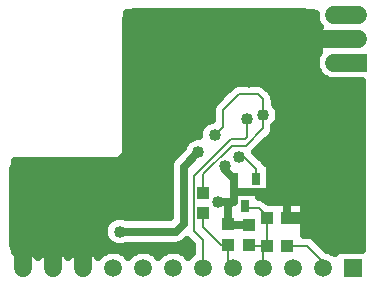
<source format=gbr>
G04 DipTrace 3.3.1.3*
G04 Bottom.gbr*
%MOMM*%
G04 #@! TF.FileFunction,Copper,L2,Bot*
G04 #@! TF.Part,Single*
G04 #@! TA.AperFunction,Conductor*
%ADD14C,0.7*%
G04 #@! TA.AperFunction,CopperBalancing*
%ADD15C,0.2*%
G04 #@! TA.AperFunction,Conductor*
%ADD16C,1.0*%
%ADD17C,1.5*%
%ADD18C,2.0*%
%ADD20C,0.65*%
G04 #@! TA.AperFunction,ViaPad*
%ADD21C,1.016*%
G04 #@! TA.AperFunction,CopperBalancing*
%ADD24C,0.635*%
%ADD25R,1.1X1.0*%
%ADD27R,1.0X1.1*%
%ADD29R,0.65X1.05*%
G04 #@! TA.AperFunction,ComponentPad*
%ADD30R,1.5X1.5*%
%ADD31C,1.5*%
%FSLAX35Y35*%
G04*
G71*
G90*
G75*
G01*
G04 Bottom*
%LPD*%
X3437000Y1366000D2*
D15*
X3605000D1*
X3745000Y1226000D1*
Y1174000D1*
X3095000Y2438000D2*
Y2288000D1*
X3078000Y2271000D1*
X2959000D1*
X2646000Y1958000D1*
Y1494000D1*
X2729000Y1411000D1*
Y1174000D1*
X4037000Y3116000D2*
D17*
X3837000D1*
X3578970D1*
D18*
Y3275000D1*
X3031000D1*
X2140000D1*
Y2800440D1*
Y2117000D1*
X2034000Y2011000D1*
X1743347D1*
X1486753D1*
X1182000D1*
Y1377000D1*
X1205000Y1354000D1*
D17*
Y1174000D1*
X1459000D2*
Y1354000D1*
D18*
Y1983247D1*
X1486753Y2011000D1*
X1713000Y1174000D2*
D17*
Y1354000D1*
D18*
Y1980653D1*
X1743347Y2011000D1*
X3016000Y3069000D2*
D14*
X3031000D1*
Y3275000D1*
X3684000Y2748000D2*
D16*
X3578970Y2853030D1*
Y3116000D1*
X4036000Y1465000D2*
Y1581000D1*
X3984000Y1633000D1*
X3844047D1*
X3749627D1*
Y1602000D1*
X3438000D1*
X4036000Y1581000D2*
Y2396000D1*
X3684000Y2748000D1*
X2985000Y1931000D2*
D14*
Y1818000D1*
X3373000D1*
X3438000Y1753000D1*
Y1602000D1*
X2985000Y1931000D2*
Y1751000D1*
X2937000Y1703000D1*
Y1546000D1*
X2856000Y1733000D2*
X2985000D1*
Y1751000D1*
X2913000Y2042000D2*
Y2003000D1*
D20*
X2985000Y1931000D1*
X3111000Y1538000D2*
D14*
X2937000D1*
Y1546000D1*
X2766000Y2872000D2*
X2694440Y2800440D1*
X2140000D1*
X3117000Y2754000D2*
X2884000D1*
X2766000Y2872000D1*
X4024000Y1802000D2*
D17*
X3844047Y1633000D1*
X4030000Y1682000D2*
D16*
Y1633000D1*
X3984000D1*
X3786000Y1800000D2*
X3749627Y1763627D1*
Y1633000D1*
X2726000Y1811000D2*
D15*
Y1969000D1*
X2968000Y2211000D1*
X3087000D1*
X3236000Y2360000D1*
Y2472000D1*
X2825000Y2300000D2*
X2894000Y2369000D1*
Y2514000D1*
X3030000Y2650000D1*
X3191000D1*
X3236000Y2605000D1*
Y2472000D1*
X4037000Y3316000D2*
D17*
X3837000D1*
X4037000Y2916000D2*
X3837000D1*
X2937000Y1376000D2*
D15*
Y1220000D1*
X2983000Y1174000D1*
X2726000Y1641000D2*
Y1526000D1*
X2876000Y1376000D1*
X2937000D1*
X3237000Y1174000D2*
Y1336000D1*
X3267000Y1366000D1*
Y1601000D1*
X3268000Y1602000D1*
X3080000Y1701000D2*
Y1681000D1*
X3202000D1*
X3268000Y1615000D1*
Y1602000D1*
X3111000Y1368000D2*
X3157000D1*
X3159000Y1366000D1*
X3267000D1*
X3175000Y1931000D2*
Y2018000D1*
X3074000Y2119000D1*
X3029000D1*
X2022000Y1486000D2*
D14*
X2496000D1*
X2563000Y1553000D1*
Y2034570D1*
X2684430Y2156000D1*
D21*
X3095000Y2438000D3*
X3016000Y3069000D3*
X3684000Y2748000D3*
X4036000Y1465000D3*
X3684000Y2748000D3*
X2856000Y1733000D3*
X2913000Y2042000D3*
X2766000Y2872000D3*
X3117000Y2754000D3*
X2766000Y2872000D3*
X4024000Y1802000D3*
X3786000Y1800000D3*
X3236000Y2472000D3*
X2825000Y2300000D3*
X3029000Y2119000D3*
X2022000Y1486000D3*
X2684430Y2156000D3*
X3903000Y1800000D3*
X4030000Y1682000D3*
X3907000Y1687000D3*
X2088067Y3271083D2*
D24*
X3677802D1*
X2088067Y3207917D2*
X3700589D1*
X2088067Y3144750D2*
X3673974D1*
X2088067Y3081583D2*
X3675159D1*
X2088067Y3018417D2*
X3704782D1*
X2088067Y2955250D2*
X3676253D1*
X2088067Y2892083D2*
X3673154D1*
X2088067Y2828917D2*
X3697308D1*
X2088067Y2765750D2*
X3777789D1*
X2088067Y2702583D2*
X2942893D1*
X3278159D2*
X4061891D1*
X2088067Y2639417D2*
X2879729D1*
X3330112D2*
X4061891D1*
X2088067Y2576250D2*
X2816839D1*
X3336674D2*
X4061891D1*
X2088067Y2513083D2*
X2793323D1*
X3371036D2*
X4061891D1*
X2088067Y2449917D2*
X2793323D1*
X3375593D2*
X4061891D1*
X2088067Y2386750D2*
X2715120D1*
X3347156D2*
X4061891D1*
X2088067Y2323583D2*
X2685680D1*
X3329291D2*
X4061891D1*
X2088067Y2260417D2*
X2592347D1*
X3276153D2*
X4061891D1*
X2088067Y2197250D2*
X2549417D1*
X3212989D2*
X4061891D1*
X2088067Y2134083D2*
X2487438D1*
X3198588D2*
X4061891D1*
X1138146Y2070917D2*
X2443050D1*
X3259383D2*
X4061891D1*
X1138146Y2007750D2*
X2437399D1*
X3298120D2*
X4061891D1*
X1138146Y1944583D2*
X2437399D1*
X3298120D2*
X4061891D1*
X1138146Y1881417D2*
X2437399D1*
X3298120D2*
X4061891D1*
X1138146Y1818250D2*
X2437399D1*
X3298120D2*
X4061891D1*
X1138146Y1755083D2*
X2437399D1*
X3266674D2*
X4061891D1*
X1138146Y1691917D2*
X2437399D1*
X3583679D2*
X4061891D1*
X1138146Y1628750D2*
X2437399D1*
X3583679D2*
X4061891D1*
X1138146Y1565583D2*
X1906474D1*
X3583679D2*
X4061891D1*
X1138146Y1502417D2*
X1881591D1*
X3583679D2*
X4061891D1*
X1138146Y1439250D2*
X1888883D1*
X3670724D2*
X4061891D1*
X1138146Y1376083D2*
X1937099D1*
X2548718D2*
X2624248D1*
X3734617D2*
X4061891D1*
X1289265Y1312917D2*
X1374729D1*
X1543289D2*
X1628662D1*
X1797312D2*
X1882685D1*
X2051336D2*
X2136709D1*
X2305268D2*
X2390732D1*
X2559291D2*
X2628349D1*
X3254994Y2067790D2*
X3291790D1*
Y1794210D1*
X3196725D1*
X3196790Y1775355D1*
X3216750Y1774129D1*
X3231137Y1770675D1*
X3244807Y1765013D1*
X3257422Y1757282D1*
X3268673Y1747673D1*
X3280081Y1736266D1*
X3577290Y1736290D1*
Y1467710D1*
X3576288D1*
X3577000Y1460290D1*
X3612398Y1460000D1*
X3627012Y1457685D1*
X3641083Y1453113D1*
X3654267Y1446396D1*
X3666237Y1437699D1*
X3754169Y1350178D1*
X3773697Y1330649D1*
X3794223Y1325494D1*
X3817316Y1315928D1*
X3838628Y1302868D1*
X3839741Y1301991D1*
X3839710Y1333290D1*
X4068213D1*
X4068250Y2756716D1*
X3837000Y2756710D1*
X3812082Y2758671D1*
X3787777Y2764506D1*
X3764684Y2774071D1*
X3743371Y2787131D1*
X3724365Y2803365D1*
X3708131Y2822371D1*
X3695071Y2843684D1*
X3685506Y2866777D1*
X3679671Y2891082D1*
X3677710Y2916000D1*
X3679671Y2940918D1*
X3685506Y2965223D1*
X3695071Y2988316D1*
X3708162Y3009667D1*
X3710325Y3019426D1*
X3699902Y3034899D1*
X3691360Y3051484D1*
X3684816Y3068955D1*
X3680359Y3087070D1*
X3678051Y3105583D1*
X3677923Y3124239D1*
X3679977Y3142781D1*
X3684186Y3160956D1*
X3690490Y3178515D1*
X3698804Y3195216D1*
X3709014Y3210830D1*
X3713029Y3215997D1*
X3701183Y3232771D1*
X3689835Y3255042D1*
X3682111Y3278814D1*
X3678201Y3303502D1*
X3678206Y3328546D1*
X3656667Y3334250D1*
X2081758D1*
X2081359Y2111033D1*
X2079333Y2103850D1*
X2075686Y2097338D1*
X2070620Y2091857D1*
X2064414Y2087711D1*
X2057412Y2085127D1*
X2050000Y2084250D1*
X1131706D1*
X1131750Y1315466D1*
X1150801Y1323786D1*
X1168686Y1329095D1*
X1187068Y1332277D1*
X1205697Y1333288D1*
X1224316Y1332115D1*
X1242670Y1328772D1*
X1260507Y1323306D1*
X1277583Y1315792D1*
X1293664Y1306333D1*
X1308528Y1295059D1*
X1321972Y1282125D1*
X1331985Y1270142D1*
X1346226Y1286496D1*
X1360152Y1298909D1*
X1375434Y1309610D1*
X1391863Y1318450D1*
X1409212Y1325309D1*
X1427244Y1330093D1*
X1445712Y1332735D1*
X1464363Y1333200D1*
X1482939Y1331481D1*
X1501187Y1327602D1*
X1518857Y1321616D1*
X1535706Y1313605D1*
X1551502Y1303679D1*
X1566029Y1291975D1*
X1579089Y1278652D1*
X1585985Y1270142D1*
X1600226Y1286496D1*
X1614152Y1298909D1*
X1629434Y1309610D1*
X1645863Y1318450D1*
X1663212Y1325309D1*
X1681244Y1330093D1*
X1699712Y1332735D1*
X1718363Y1333200D1*
X1736939Y1331481D1*
X1755187Y1327602D1*
X1772857Y1321616D1*
X1789706Y1313605D1*
X1805502Y1303679D1*
X1820029Y1291975D1*
X1833089Y1278652D1*
X1839985Y1270142D1*
X1854365Y1286635D1*
X1873372Y1302868D1*
X1894684Y1315928D1*
X1917777Y1325494D1*
X1942082Y1331329D1*
X1967000Y1333290D1*
X1991918Y1331329D1*
X2016223Y1325494D1*
X2039316Y1315928D1*
X2060628Y1302868D1*
X2079635Y1286635D1*
X2093963Y1270046D1*
X2108365Y1286635D1*
X2127372Y1302868D1*
X2148684Y1315928D1*
X2171777Y1325494D1*
X2196082Y1331329D1*
X2221000Y1333290D1*
X2245918Y1331329D1*
X2270223Y1325494D1*
X2293316Y1315928D1*
X2314628Y1302868D1*
X2333635Y1286635D1*
X2347963Y1270046D1*
X2362365Y1286635D1*
X2381372Y1302868D1*
X2402684Y1315928D1*
X2425777Y1325494D1*
X2450082Y1331329D1*
X2475000Y1333290D1*
X2499918Y1331329D1*
X2524223Y1325494D1*
X2547316Y1315928D1*
X2568628Y1302868D1*
X2587635Y1286635D1*
X2601963Y1270046D1*
X2616365Y1286635D1*
X2634719Y1302354D1*
X2634710Y1371878D1*
X2592657Y1413997D1*
X2573473Y1395291D1*
X2558329Y1384288D1*
X2541650Y1375790D1*
X2523848Y1370006D1*
X2505359Y1367077D1*
X2426000Y1366710D1*
X2085388D1*
X2073697Y1361193D1*
X2053536Y1354643D1*
X2032599Y1351326D1*
X2011401D1*
X1990464Y1354643D1*
X1970303Y1361193D1*
X1951416Y1370817D1*
X1934266Y1383277D1*
X1919277Y1398266D1*
X1906817Y1415416D1*
X1897193Y1434303D1*
X1890643Y1454464D1*
X1887326Y1475401D1*
Y1496599D1*
X1890643Y1517536D1*
X1897193Y1537697D1*
X1906817Y1556584D1*
X1919277Y1573734D1*
X1934266Y1588723D1*
X1951416Y1601183D1*
X1970303Y1610807D1*
X1990464Y1617357D1*
X2011401Y1620674D1*
X2032599D1*
X2053536Y1617357D1*
X2073697Y1610807D1*
X2085246Y1605293D1*
X2443732Y1605290D1*
X2444077Y2043929D1*
X2447006Y2062418D1*
X2452790Y2080220D1*
X2461288Y2096899D1*
X2472291Y2112043D1*
X2528146Y2168419D1*
X2555280Y2195552D1*
X2559623Y2207697D1*
X2569247Y2226584D1*
X2581707Y2243734D1*
X2596696Y2258723D1*
X2613846Y2271183D1*
X2632733Y2280807D1*
X2652894Y2287357D1*
X2673831Y2290674D1*
X2690185Y2290864D1*
X2690326Y2310599D1*
X2693643Y2331536D1*
X2700193Y2351697D1*
X2709817Y2370584D1*
X2722277Y2387734D1*
X2737266Y2402723D1*
X2754416Y2415183D1*
X2773303Y2424807D1*
X2793464Y2431357D1*
X2799682Y2432594D1*
X2800000Y2521398D1*
X2802315Y2536012D1*
X2806887Y2550083D1*
X2813604Y2563267D1*
X2822301Y2575237D1*
X2909823Y2663169D1*
X2968763Y2721699D1*
X2980733Y2730396D1*
X2993917Y2737113D1*
X3007988Y2741685D1*
X3022602Y2744000D1*
X3146667Y2744290D1*
X3198398Y2744000D1*
X3213012Y2741685D1*
X3227083Y2737113D1*
X3240267Y2730396D1*
X3252237Y2721699D1*
X3302673Y2671673D1*
X3312282Y2660422D1*
X3320013Y2647807D1*
X3325675Y2634137D1*
X3329129Y2619750D1*
X3330290Y2605000D1*
Y2568815D1*
X3345290Y2551404D1*
X3356366Y2533330D1*
X3364478Y2513745D1*
X3369427Y2493133D1*
X3371090Y2472000D1*
X3369427Y2450867D1*
X3364478Y2430255D1*
X3356366Y2410670D1*
X3345290Y2392596D1*
X3331523Y2376477D1*
X3330276Y2375324D1*
X3330000Y2352602D1*
X3327685Y2337988D1*
X3323113Y2323917D1*
X3316396Y2310734D1*
X3307699Y2298763D1*
X3220177Y2210831D1*
X3167909Y2158562D1*
X3246699Y2079237D1*
X3251299Y2073398D1*
X3438000Y1602000D2*
D15*
X3577199D1*
X3677801Y3116000D2*
X3837000D1*
D27*
X3111000Y1538000D3*
Y1368000D3*
D29*
X2985000Y1931000D3*
X3175000D3*
X3080000Y1701000D3*
D30*
X3999000Y1174000D3*
D31*
X3745000D3*
X3491000D3*
X3237000D3*
X2983000D3*
X2729000D3*
X2475000D3*
X2221000D3*
X1967000D3*
X1713000D3*
X1459000D3*
X1205000D3*
D25*
X3268000Y1602000D3*
X3438000D3*
X3437000Y1366000D3*
X3267000D3*
D27*
X2937000Y1376000D3*
Y1546000D3*
X2726000Y1811000D3*
Y1641000D3*
D30*
X4037000Y2916000D3*
D31*
Y3116000D3*
Y3316000D3*
X3837000D3*
Y3116000D3*
Y2916000D3*
M02*

</source>
